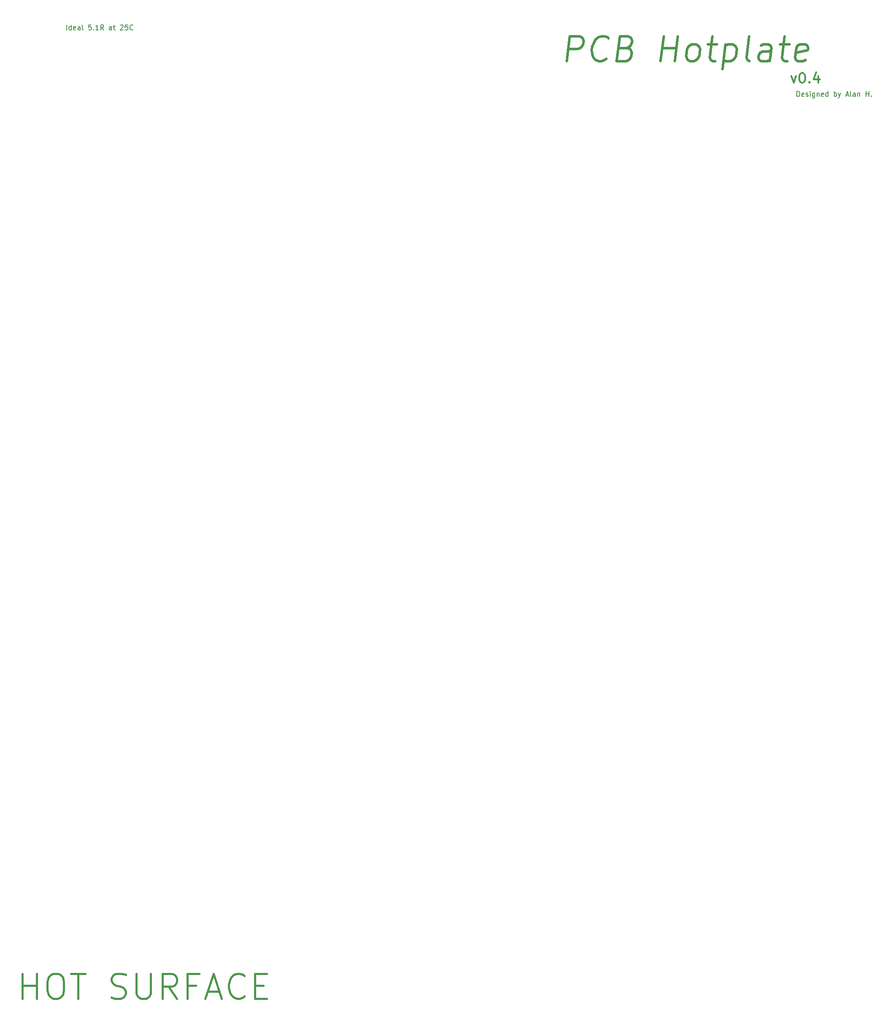
<source format=gbr>
%TF.GenerationSoftware,KiCad,Pcbnew,(5.1.10)-1*%
%TF.CreationDate,2021-10-12T08:33:48-04:00*%
%TF.ProjectId,Heater,48656174-6572-42e6-9b69-6361645f7063,rev?*%
%TF.SameCoordinates,Original*%
%TF.FileFunction,Legend,Top*%
%TF.FilePolarity,Positive*%
%FSLAX46Y46*%
G04 Gerber Fmt 4.6, Leading zero omitted, Abs format (unit mm)*
G04 Created by KiCad (PCBNEW (5.1.10)-1) date 2021-10-12 08:33:48*
%MOMM*%
%LPD*%
G01*
G04 APERTURE LIST*
%ADD10C,0.150000*%
%ADD11C,0.300000*%
%ADD12C,0.500000*%
%ADD13C,0.450000*%
G04 APERTURE END LIST*
D10*
X47355952Y-12517380D02*
X47355952Y-11517380D01*
X48260714Y-12517380D02*
X48260714Y-11517380D01*
X48260714Y-12469761D02*
X48165476Y-12517380D01*
X47975000Y-12517380D01*
X47879761Y-12469761D01*
X47832142Y-12422142D01*
X47784523Y-12326904D01*
X47784523Y-12041190D01*
X47832142Y-11945952D01*
X47879761Y-11898333D01*
X47975000Y-11850714D01*
X48165476Y-11850714D01*
X48260714Y-11898333D01*
X49117857Y-12469761D02*
X49022619Y-12517380D01*
X48832142Y-12517380D01*
X48736904Y-12469761D01*
X48689285Y-12374523D01*
X48689285Y-11993571D01*
X48736904Y-11898333D01*
X48832142Y-11850714D01*
X49022619Y-11850714D01*
X49117857Y-11898333D01*
X49165476Y-11993571D01*
X49165476Y-12088809D01*
X48689285Y-12184047D01*
X50022619Y-12517380D02*
X50022619Y-11993571D01*
X49975000Y-11898333D01*
X49879761Y-11850714D01*
X49689285Y-11850714D01*
X49594047Y-11898333D01*
X50022619Y-12469761D02*
X49927380Y-12517380D01*
X49689285Y-12517380D01*
X49594047Y-12469761D01*
X49546428Y-12374523D01*
X49546428Y-12279285D01*
X49594047Y-12184047D01*
X49689285Y-12136428D01*
X49927380Y-12136428D01*
X50022619Y-12088809D01*
X50641666Y-12517380D02*
X50546428Y-12469761D01*
X50498809Y-12374523D01*
X50498809Y-11517380D01*
X52260714Y-11517380D02*
X51784523Y-11517380D01*
X51736904Y-11993571D01*
X51784523Y-11945952D01*
X51879761Y-11898333D01*
X52117857Y-11898333D01*
X52213095Y-11945952D01*
X52260714Y-11993571D01*
X52308333Y-12088809D01*
X52308333Y-12326904D01*
X52260714Y-12422142D01*
X52213095Y-12469761D01*
X52117857Y-12517380D01*
X51879761Y-12517380D01*
X51784523Y-12469761D01*
X51736904Y-12422142D01*
X52736904Y-12422142D02*
X52784523Y-12469761D01*
X52736904Y-12517380D01*
X52689285Y-12469761D01*
X52736904Y-12422142D01*
X52736904Y-12517380D01*
X53736904Y-12517380D02*
X53165476Y-12517380D01*
X53451190Y-12517380D02*
X53451190Y-11517380D01*
X53355952Y-11660238D01*
X53260714Y-11755476D01*
X53165476Y-11803095D01*
X54736904Y-12517380D02*
X54403571Y-12041190D01*
X54165476Y-12517380D02*
X54165476Y-11517380D01*
X54546428Y-11517380D01*
X54641666Y-11565000D01*
X54689285Y-11612619D01*
X54736904Y-11707857D01*
X54736904Y-11850714D01*
X54689285Y-11945952D01*
X54641666Y-11993571D01*
X54546428Y-12041190D01*
X54165476Y-12041190D01*
X56355952Y-12517380D02*
X56355952Y-11993571D01*
X56308333Y-11898333D01*
X56213095Y-11850714D01*
X56022619Y-11850714D01*
X55927380Y-11898333D01*
X56355952Y-12469761D02*
X56260714Y-12517380D01*
X56022619Y-12517380D01*
X55927380Y-12469761D01*
X55879761Y-12374523D01*
X55879761Y-12279285D01*
X55927380Y-12184047D01*
X56022619Y-12136428D01*
X56260714Y-12136428D01*
X56355952Y-12088809D01*
X56689285Y-11850714D02*
X57070238Y-11850714D01*
X56832142Y-11517380D02*
X56832142Y-12374523D01*
X56879761Y-12469761D01*
X56975000Y-12517380D01*
X57070238Y-12517380D01*
X58117857Y-11612619D02*
X58165476Y-11565000D01*
X58260714Y-11517380D01*
X58498809Y-11517380D01*
X58594047Y-11565000D01*
X58641666Y-11612619D01*
X58689285Y-11707857D01*
X58689285Y-11803095D01*
X58641666Y-11945952D01*
X58070238Y-12517380D01*
X58689285Y-12517380D01*
X59594047Y-11517380D02*
X59117857Y-11517380D01*
X59070238Y-11993571D01*
X59117857Y-11945952D01*
X59213095Y-11898333D01*
X59451190Y-11898333D01*
X59546428Y-11945952D01*
X59594047Y-11993571D01*
X59641666Y-12088809D01*
X59641666Y-12326904D01*
X59594047Y-12422142D01*
X59546428Y-12469761D01*
X59451190Y-12517380D01*
X59213095Y-12517380D01*
X59117857Y-12469761D01*
X59070238Y-12422142D01*
X60641666Y-12422142D02*
X60594047Y-12469761D01*
X60451190Y-12517380D01*
X60355952Y-12517380D01*
X60213095Y-12469761D01*
X60117857Y-12374523D01*
X60070238Y-12279285D01*
X60022619Y-12088809D01*
X60022619Y-11945952D01*
X60070238Y-11755476D01*
X60117857Y-11660238D01*
X60213095Y-11565000D01*
X60355952Y-11517380D01*
X60451190Y-11517380D01*
X60594047Y-11565000D01*
X60641666Y-11612619D01*
X193842619Y-25852380D02*
X193842619Y-24852380D01*
X194080714Y-24852380D01*
X194223571Y-24900000D01*
X194318809Y-24995238D01*
X194366428Y-25090476D01*
X194414047Y-25280952D01*
X194414047Y-25423809D01*
X194366428Y-25614285D01*
X194318809Y-25709523D01*
X194223571Y-25804761D01*
X194080714Y-25852380D01*
X193842619Y-25852380D01*
X195223571Y-25804761D02*
X195128333Y-25852380D01*
X194937857Y-25852380D01*
X194842619Y-25804761D01*
X194795000Y-25709523D01*
X194795000Y-25328571D01*
X194842619Y-25233333D01*
X194937857Y-25185714D01*
X195128333Y-25185714D01*
X195223571Y-25233333D01*
X195271190Y-25328571D01*
X195271190Y-25423809D01*
X194795000Y-25519047D01*
X195652142Y-25804761D02*
X195747380Y-25852380D01*
X195937857Y-25852380D01*
X196033095Y-25804761D01*
X196080714Y-25709523D01*
X196080714Y-25661904D01*
X196033095Y-25566666D01*
X195937857Y-25519047D01*
X195795000Y-25519047D01*
X195699761Y-25471428D01*
X195652142Y-25376190D01*
X195652142Y-25328571D01*
X195699761Y-25233333D01*
X195795000Y-25185714D01*
X195937857Y-25185714D01*
X196033095Y-25233333D01*
X196509285Y-25852380D02*
X196509285Y-25185714D01*
X196509285Y-24852380D02*
X196461666Y-24900000D01*
X196509285Y-24947619D01*
X196556904Y-24900000D01*
X196509285Y-24852380D01*
X196509285Y-24947619D01*
X197414047Y-25185714D02*
X197414047Y-25995238D01*
X197366428Y-26090476D01*
X197318809Y-26138095D01*
X197223571Y-26185714D01*
X197080714Y-26185714D01*
X196985476Y-26138095D01*
X197414047Y-25804761D02*
X197318809Y-25852380D01*
X197128333Y-25852380D01*
X197033095Y-25804761D01*
X196985476Y-25757142D01*
X196937857Y-25661904D01*
X196937857Y-25376190D01*
X196985476Y-25280952D01*
X197033095Y-25233333D01*
X197128333Y-25185714D01*
X197318809Y-25185714D01*
X197414047Y-25233333D01*
X197890238Y-25185714D02*
X197890238Y-25852380D01*
X197890238Y-25280952D02*
X197937857Y-25233333D01*
X198033095Y-25185714D01*
X198175952Y-25185714D01*
X198271190Y-25233333D01*
X198318809Y-25328571D01*
X198318809Y-25852380D01*
X199175952Y-25804761D02*
X199080714Y-25852380D01*
X198890238Y-25852380D01*
X198795000Y-25804761D01*
X198747380Y-25709523D01*
X198747380Y-25328571D01*
X198795000Y-25233333D01*
X198890238Y-25185714D01*
X199080714Y-25185714D01*
X199175952Y-25233333D01*
X199223571Y-25328571D01*
X199223571Y-25423809D01*
X198747380Y-25519047D01*
X200080714Y-25852380D02*
X200080714Y-24852380D01*
X200080714Y-25804761D02*
X199985476Y-25852380D01*
X199795000Y-25852380D01*
X199699761Y-25804761D01*
X199652142Y-25757142D01*
X199604523Y-25661904D01*
X199604523Y-25376190D01*
X199652142Y-25280952D01*
X199699761Y-25233333D01*
X199795000Y-25185714D01*
X199985476Y-25185714D01*
X200080714Y-25233333D01*
X201318809Y-25852380D02*
X201318809Y-24852380D01*
X201318809Y-25233333D02*
X201414047Y-25185714D01*
X201604523Y-25185714D01*
X201699761Y-25233333D01*
X201747380Y-25280952D01*
X201795000Y-25376190D01*
X201795000Y-25661904D01*
X201747380Y-25757142D01*
X201699761Y-25804761D01*
X201604523Y-25852380D01*
X201414047Y-25852380D01*
X201318809Y-25804761D01*
X202128333Y-25185714D02*
X202366428Y-25852380D01*
X202604523Y-25185714D02*
X202366428Y-25852380D01*
X202271190Y-26090476D01*
X202223571Y-26138095D01*
X202128333Y-26185714D01*
X203699761Y-25566666D02*
X204175952Y-25566666D01*
X203604523Y-25852380D02*
X203937857Y-24852380D01*
X204271190Y-25852380D01*
X204747380Y-25852380D02*
X204652142Y-25804761D01*
X204604523Y-25709523D01*
X204604523Y-24852380D01*
X205556904Y-25852380D02*
X205556904Y-25328571D01*
X205509285Y-25233333D01*
X205414047Y-25185714D01*
X205223571Y-25185714D01*
X205128333Y-25233333D01*
X205556904Y-25804761D02*
X205461666Y-25852380D01*
X205223571Y-25852380D01*
X205128333Y-25804761D01*
X205080714Y-25709523D01*
X205080714Y-25614285D01*
X205128333Y-25519047D01*
X205223571Y-25471428D01*
X205461666Y-25471428D01*
X205556904Y-25423809D01*
X206033095Y-25185714D02*
X206033095Y-25852380D01*
X206033095Y-25280952D02*
X206080714Y-25233333D01*
X206175952Y-25185714D01*
X206318809Y-25185714D01*
X206414047Y-25233333D01*
X206461666Y-25328571D01*
X206461666Y-25852380D01*
X207699761Y-25852380D02*
X207699761Y-24852380D01*
X207699761Y-25328571D02*
X208271190Y-25328571D01*
X208271190Y-25852380D02*
X208271190Y-24852380D01*
X208747380Y-25757142D02*
X208795000Y-25804761D01*
X208747380Y-25852380D01*
X208699761Y-25804761D01*
X208747380Y-25757142D01*
X208747380Y-25852380D01*
D11*
X192722857Y-21796428D02*
X193199047Y-23129761D01*
X193675238Y-21796428D01*
X194818095Y-21129761D02*
X195008571Y-21129761D01*
X195199047Y-21225000D01*
X195294285Y-21320238D01*
X195389523Y-21510714D01*
X195484761Y-21891666D01*
X195484761Y-22367857D01*
X195389523Y-22748809D01*
X195294285Y-22939285D01*
X195199047Y-23034523D01*
X195008571Y-23129761D01*
X194818095Y-23129761D01*
X194627619Y-23034523D01*
X194532380Y-22939285D01*
X194437142Y-22748809D01*
X194341904Y-22367857D01*
X194341904Y-21891666D01*
X194437142Y-21510714D01*
X194532380Y-21320238D01*
X194627619Y-21225000D01*
X194818095Y-21129761D01*
X196341904Y-22939285D02*
X196437142Y-23034523D01*
X196341904Y-23129761D01*
X196246666Y-23034523D01*
X196341904Y-22939285D01*
X196341904Y-23129761D01*
X198151428Y-21796428D02*
X198151428Y-23129761D01*
X197675238Y-21034523D02*
X197199047Y-22463095D01*
X198437142Y-22463095D01*
D12*
X147676815Y-18771904D02*
X148301815Y-13771904D01*
X150206577Y-13771904D01*
X150653005Y-14010000D01*
X150861339Y-14248095D01*
X151039910Y-14724285D01*
X150950625Y-15438571D01*
X150653005Y-15914761D01*
X150385148Y-16152857D01*
X149879196Y-16390952D01*
X147974434Y-16390952D01*
X155593482Y-18295714D02*
X155325625Y-18533809D01*
X154581577Y-18771904D01*
X154105386Y-18771904D01*
X153420863Y-18533809D01*
X153004196Y-18057619D01*
X152825625Y-17581428D01*
X152706577Y-16629047D01*
X152795863Y-15914761D01*
X153153005Y-14962380D01*
X153450625Y-14486190D01*
X153986339Y-14010000D01*
X154730386Y-13771904D01*
X155206577Y-13771904D01*
X155891101Y-14010000D01*
X156099434Y-14248095D01*
X159670863Y-16152857D02*
X160355386Y-16390952D01*
X160563720Y-16629047D01*
X160742291Y-17105238D01*
X160653005Y-17819523D01*
X160355386Y-18295714D01*
X160087529Y-18533809D01*
X159581577Y-18771904D01*
X157676815Y-18771904D01*
X158301815Y-13771904D01*
X159968482Y-13771904D01*
X160414910Y-14010000D01*
X160623244Y-14248095D01*
X160801815Y-14724285D01*
X160742291Y-15200476D01*
X160444672Y-15676666D01*
X160176815Y-15914761D01*
X159670863Y-16152857D01*
X158004196Y-16152857D01*
X166486339Y-18771904D02*
X167111339Y-13771904D01*
X166813720Y-16152857D02*
X169670863Y-16152857D01*
X169343482Y-18771904D02*
X169968482Y-13771904D01*
X172438720Y-18771904D02*
X171992291Y-18533809D01*
X171783958Y-18295714D01*
X171605386Y-17819523D01*
X171783958Y-16390952D01*
X172081577Y-15914761D01*
X172349434Y-15676666D01*
X172855386Y-15438571D01*
X173569672Y-15438571D01*
X174016101Y-15676666D01*
X174224434Y-15914761D01*
X174403005Y-16390952D01*
X174224434Y-17819523D01*
X173926815Y-18295714D01*
X173658958Y-18533809D01*
X173153005Y-18771904D01*
X172438720Y-18771904D01*
X175950625Y-15438571D02*
X177855386Y-15438571D01*
X176873244Y-13771904D02*
X176337529Y-18057619D01*
X176516101Y-18533809D01*
X176962529Y-18771904D01*
X177438720Y-18771904D01*
X179522053Y-15438571D02*
X178897053Y-20438571D01*
X179492291Y-15676666D02*
X179998244Y-15438571D01*
X180950625Y-15438571D01*
X181397053Y-15676666D01*
X181605386Y-15914761D01*
X181783958Y-16390952D01*
X181605386Y-17819523D01*
X181307767Y-18295714D01*
X181039910Y-18533809D01*
X180533958Y-18771904D01*
X179581577Y-18771904D01*
X179135148Y-18533809D01*
X184343482Y-18771904D02*
X183897053Y-18533809D01*
X183718482Y-18057619D01*
X184254196Y-13771904D01*
X188391101Y-18771904D02*
X188718482Y-16152857D01*
X188539910Y-15676666D01*
X188093482Y-15438571D01*
X187141101Y-15438571D01*
X186635148Y-15676666D01*
X188420863Y-18533809D02*
X187914910Y-18771904D01*
X186724434Y-18771904D01*
X186278005Y-18533809D01*
X186099434Y-18057619D01*
X186158958Y-17581428D01*
X186456577Y-17105238D01*
X186962529Y-16867142D01*
X188153005Y-16867142D01*
X188658958Y-16629047D01*
X190474434Y-15438571D02*
X192379196Y-15438571D01*
X191397053Y-13771904D02*
X190861339Y-18057619D01*
X191039910Y-18533809D01*
X191486339Y-18771904D01*
X191962529Y-18771904D01*
X195563720Y-18533809D02*
X195057767Y-18771904D01*
X194105386Y-18771904D01*
X193658958Y-18533809D01*
X193480386Y-18057619D01*
X193718482Y-16152857D01*
X194016101Y-15676666D01*
X194522053Y-15438571D01*
X195474434Y-15438571D01*
X195920863Y-15676666D01*
X196099434Y-16152857D01*
X196039910Y-16629047D01*
X193599434Y-17105238D01*
D13*
X38460238Y-206731904D02*
X38460238Y-201731904D01*
X38460238Y-204112857D02*
X41317380Y-204112857D01*
X41317380Y-206731904D02*
X41317380Y-201731904D01*
X44650714Y-201731904D02*
X45603095Y-201731904D01*
X46079285Y-201970000D01*
X46555476Y-202446190D01*
X46793571Y-203398571D01*
X46793571Y-205065238D01*
X46555476Y-206017619D01*
X46079285Y-206493809D01*
X45603095Y-206731904D01*
X44650714Y-206731904D01*
X44174523Y-206493809D01*
X43698333Y-206017619D01*
X43460238Y-205065238D01*
X43460238Y-203398571D01*
X43698333Y-202446190D01*
X44174523Y-201970000D01*
X44650714Y-201731904D01*
X48222142Y-201731904D02*
X51079285Y-201731904D01*
X49650714Y-206731904D02*
X49650714Y-201731904D01*
X56317380Y-206493809D02*
X57031666Y-206731904D01*
X58222142Y-206731904D01*
X58698333Y-206493809D01*
X58936428Y-206255714D01*
X59174523Y-205779523D01*
X59174523Y-205303333D01*
X58936428Y-204827142D01*
X58698333Y-204589047D01*
X58222142Y-204350952D01*
X57269761Y-204112857D01*
X56793571Y-203874761D01*
X56555476Y-203636666D01*
X56317380Y-203160476D01*
X56317380Y-202684285D01*
X56555476Y-202208095D01*
X56793571Y-201970000D01*
X57269761Y-201731904D01*
X58460238Y-201731904D01*
X59174523Y-201970000D01*
X61317380Y-201731904D02*
X61317380Y-205779523D01*
X61555476Y-206255714D01*
X61793571Y-206493809D01*
X62269761Y-206731904D01*
X63222142Y-206731904D01*
X63698333Y-206493809D01*
X63936428Y-206255714D01*
X64174523Y-205779523D01*
X64174523Y-201731904D01*
X69412619Y-206731904D02*
X67745952Y-204350952D01*
X66555476Y-206731904D02*
X66555476Y-201731904D01*
X68460238Y-201731904D01*
X68936428Y-201970000D01*
X69174523Y-202208095D01*
X69412619Y-202684285D01*
X69412619Y-203398571D01*
X69174523Y-203874761D01*
X68936428Y-204112857D01*
X68460238Y-204350952D01*
X66555476Y-204350952D01*
X73222142Y-204112857D02*
X71555476Y-204112857D01*
X71555476Y-206731904D02*
X71555476Y-201731904D01*
X73936428Y-201731904D01*
X75603095Y-205303333D02*
X77984047Y-205303333D01*
X75126904Y-206731904D02*
X76793571Y-201731904D01*
X78460238Y-206731904D01*
X82984047Y-206255714D02*
X82745952Y-206493809D01*
X82031666Y-206731904D01*
X81555476Y-206731904D01*
X80841190Y-206493809D01*
X80365000Y-206017619D01*
X80126904Y-205541428D01*
X79888809Y-204589047D01*
X79888809Y-203874761D01*
X80126904Y-202922380D01*
X80365000Y-202446190D01*
X80841190Y-201970000D01*
X81555476Y-201731904D01*
X82031666Y-201731904D01*
X82745952Y-201970000D01*
X82984047Y-202208095D01*
X85126904Y-204112857D02*
X86793571Y-204112857D01*
X87507857Y-206731904D02*
X85126904Y-206731904D01*
X85126904Y-201731904D01*
X87507857Y-201731904D01*
M02*

</source>
